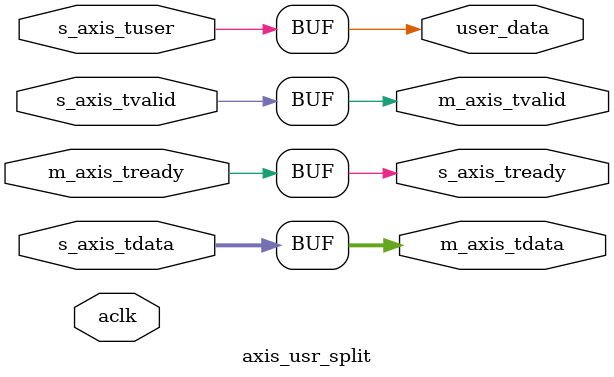
<source format=v>

`timescale 1 ns / 1 ps

module axis_usr_split #
(
  parameter integer AXIS_TDATA_WIDTH = 32,
  parameter integer AXIS_TUSER_WIDTH = 1
)
(
  // User signals
  output  wire [AXIS_TUSER_WIDTH-1:0] user_data,

  // System signals
  input  wire                        aclk,

  // Slave side
  output wire                        s_axis_tready,
  input  wire [AXIS_TDATA_WIDTH-1:0] s_axis_tdata,
  input  wire                        s_axis_tvalid,
  input wire [AXIS_TUSER_WIDTH-1:0]  s_axis_tuser,

  // Master side
  input  wire                        m_axis_tready,
  output wire [AXIS_TDATA_WIDTH-1:0] m_axis_tdata,
  output wire                        m_axis_tvalid

);

  assign s_axis_tready =  m_axis_tready;
  assign m_axis_tdata = s_axis_tdata;
  assign m_axis_tvalid = s_axis_tvalid;
  assign user_data = s_axis_tuser;
endmodule

</source>
